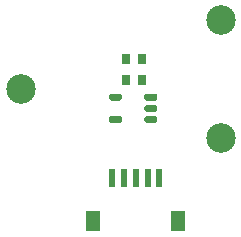
<source format=gbr>
%TF.GenerationSoftware,KiCad,Pcbnew,5.1.10*%
%TF.CreationDate,2021-07-19T16:22:53-07:00*%
%TF.ProjectId,dogbone,646f6762-6f6e-4652-9e6b-696361645f70,rev?*%
%TF.SameCoordinates,Original*%
%TF.FileFunction,Soldermask,Bot*%
%TF.FilePolarity,Negative*%
%FSLAX46Y46*%
G04 Gerber Fmt 4.6, Leading zero omitted, Abs format (unit mm)*
G04 Created by KiCad (PCBNEW 5.1.10) date 2021-07-19 16:22:53*
%MOMM*%
%LPD*%
G01*
G04 APERTURE LIST*
%ADD10R,0.600000X1.550000*%
%ADD11R,1.200000X1.800000*%
%ADD12R,0.725000X0.900000*%
%ADD13C,2.500000*%
G04 APERTURE END LIST*
D10*
%TO.C,J1*%
X54334400Y-98145600D03*
D11*
X59934400Y-101745600D03*
X52734400Y-101745600D03*
D10*
X55334400Y-98145600D03*
X56334400Y-98145600D03*
X57334400Y-98145600D03*
X58334400Y-98145600D03*
%TD*%
%TO.C,U1*%
G36*
G01*
X55169900Y-93037600D02*
X55169900Y-93337600D01*
G75*
G02*
X55019900Y-93487600I-150000J0D01*
G01*
X54219900Y-93487600D01*
G75*
G02*
X54069900Y-93337600I0J150000D01*
G01*
X54069900Y-93037600D01*
G75*
G02*
X54219900Y-92887600I150000J0D01*
G01*
X55019900Y-92887600D01*
G75*
G02*
X55169900Y-93037600I0J-150000D01*
G01*
G37*
G36*
G01*
X58169900Y-93037600D02*
X58169900Y-93337600D01*
G75*
G02*
X58019900Y-93487600I-150000J0D01*
G01*
X57219900Y-93487600D01*
G75*
G02*
X57069900Y-93337600I0J150000D01*
G01*
X57069900Y-93037600D01*
G75*
G02*
X57219900Y-92887600I150000J0D01*
G01*
X58019900Y-92887600D01*
G75*
G02*
X58169900Y-93037600I0J-150000D01*
G01*
G37*
G36*
G01*
X58169900Y-92087600D02*
X58169900Y-92387600D01*
G75*
G02*
X58019900Y-92537600I-150000J0D01*
G01*
X57219900Y-92537600D01*
G75*
G02*
X57069900Y-92387600I0J150000D01*
G01*
X57069900Y-92087600D01*
G75*
G02*
X57219900Y-91937600I150000J0D01*
G01*
X58019900Y-91937600D01*
G75*
G02*
X58169900Y-92087600I0J-150000D01*
G01*
G37*
G36*
G01*
X55169900Y-91137600D02*
X55169900Y-91437600D01*
G75*
G02*
X55019900Y-91587600I-150000J0D01*
G01*
X54219900Y-91587600D01*
G75*
G02*
X54069900Y-91437600I0J150000D01*
G01*
X54069900Y-91137600D01*
G75*
G02*
X54219900Y-90987600I150000J0D01*
G01*
X55019900Y-90987600D01*
G75*
G02*
X55169900Y-91137600I0J-150000D01*
G01*
G37*
G36*
G01*
X58169900Y-91137600D02*
X58169900Y-91437600D01*
G75*
G02*
X58019900Y-91587600I-150000J0D01*
G01*
X57219900Y-91587600D01*
G75*
G02*
X57069900Y-91437600I0J150000D01*
G01*
X57069900Y-91137600D01*
G75*
G02*
X57219900Y-90987600I150000J0D01*
G01*
X58019900Y-90987600D01*
G75*
G02*
X58169900Y-91137600I0J-150000D01*
G01*
G37*
%TD*%
D12*
%TO.C,R4*%
X56899400Y-89827100D03*
X55524400Y-89827100D03*
%TD*%
%TO.C,C1*%
X56857900Y-88049100D03*
X55482900Y-88049100D03*
%TD*%
D13*
%TO.C,H3*%
X46577000Y-90623000D03*
%TD*%
%TO.C,H2*%
X63520000Y-94760000D03*
%TD*%
%TO.C,H1*%
X63520000Y-84740000D03*
%TD*%
M02*

</source>
